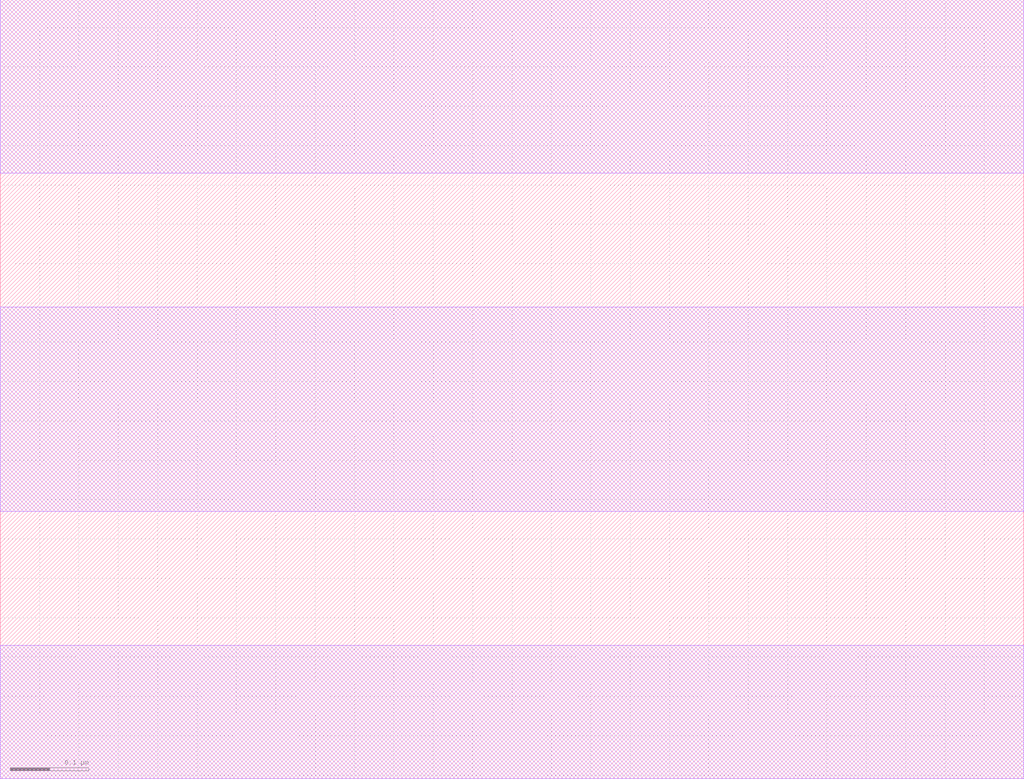
<source format=lef>
# Copyright 2020 The SkyWater PDK Authors
#
# Licensed under the Apache License, Version 2.0 (the "License");
# you may not use this file except in compliance with the License.
# You may obtain a copy of the License at
#
#     https://www.apache.org/licenses/LICENSE-2.0
#
# Unless required by applicable law or agreed to in writing, software
# distributed under the License is distributed on an "AS IS" BASIS,
# WITHOUT WARRANTIES OR CONDITIONS OF ANY KIND, either express or implied.
# See the License for the specific language governing permissions and
# limitations under the License.
#
# SPDX-License-Identifier: Apache-2.0

VERSION 5.7 ;
  NOWIREEXTENSIONATPIN ON ;
  DIVIDERCHAR "/" ;
  BUSBITCHARS "[]" ;
MACRO sky130_fd_bd_sram__sram_sp_wlstrap_p_met2
  CLASS BLOCK ;
  FOREIGN sky130_fd_bd_sram__sram_sp_wlstrap_p_met2 ;
  ORIGIN  0.000000 -0.295000 ;
  SIZE  1.300000 BY  0.990000 ;
  OBS
    LAYER met2 ;
      RECT 0.000000 0.295000 1.300000 0.465000 ;
      RECT 0.000000 0.635000 1.300000 0.895000 ;
      RECT 0.000000 1.065000 1.300000 1.285000 ;
  END
END sky130_fd_bd_sram__sram_sp_wlstrap_p_met2
END LIBRARY

</source>
